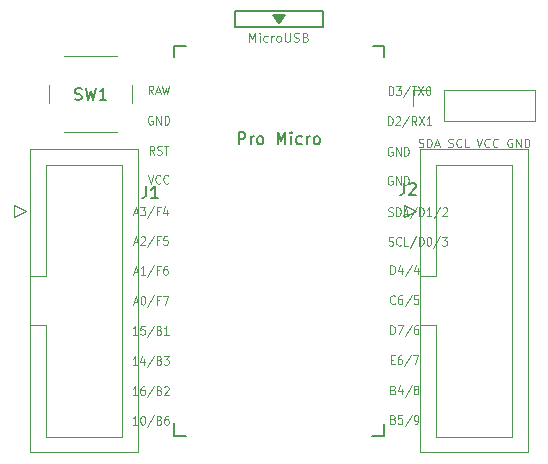
<source format=gto>
%TF.GenerationSoftware,KiCad,Pcbnew,(5.1.10-1-10_14)*%
%TF.CreationDate,2021-11-08T15:08:33+08:00*%
%TF.ProjectId,Pragmatic,50726167-6d61-4746-9963-2e6b69636164,V0.1*%
%TF.SameCoordinates,Original*%
%TF.FileFunction,Legend,Top*%
%TF.FilePolarity,Positive*%
%FSLAX46Y46*%
G04 Gerber Fmt 4.6, Leading zero omitted, Abs format (unit mm)*
G04 Created by KiCad (PCBNEW (5.1.10-1-10_14)) date 2021-11-08 15:08:33*
%MOMM*%
%LPD*%
G01*
G04 APERTURE LIST*
%ADD10C,0.100000*%
%ADD11C,0.120000*%
%ADD12C,0.150000*%
%ADD13C,0.125000*%
%ADD14C,0.350000*%
%ADD15O,1.700000X1.700000*%
%ADD16R,1.700000X1.700000*%
%ADD17C,2.000000*%
%ADD18C,1.700000*%
G04 APERTURE END LIST*
D10*
X151526666Y-54258333D02*
X151626666Y-54291666D01*
X151793333Y-54291666D01*
X151860000Y-54258333D01*
X151893333Y-54225000D01*
X151926666Y-54158333D01*
X151926666Y-54091666D01*
X151893333Y-54025000D01*
X151860000Y-53991666D01*
X151793333Y-53958333D01*
X151660000Y-53925000D01*
X151593333Y-53891666D01*
X151560000Y-53858333D01*
X151526666Y-53791666D01*
X151526666Y-53725000D01*
X151560000Y-53658333D01*
X151593333Y-53625000D01*
X151660000Y-53591666D01*
X151826666Y-53591666D01*
X151926666Y-53625000D01*
X152226666Y-54291666D02*
X152226666Y-53591666D01*
X152393333Y-53591666D01*
X152493333Y-53625000D01*
X152560000Y-53691666D01*
X152593333Y-53758333D01*
X152626666Y-53891666D01*
X152626666Y-53991666D01*
X152593333Y-54125000D01*
X152560000Y-54191666D01*
X152493333Y-54258333D01*
X152393333Y-54291666D01*
X152226666Y-54291666D01*
X152893333Y-54091666D02*
X153226666Y-54091666D01*
X152826666Y-54291666D02*
X153060000Y-53591666D01*
X153293333Y-54291666D01*
X154026666Y-54258333D02*
X154126666Y-54291666D01*
X154293333Y-54291666D01*
X154360000Y-54258333D01*
X154393333Y-54225000D01*
X154426666Y-54158333D01*
X154426666Y-54091666D01*
X154393333Y-54025000D01*
X154360000Y-53991666D01*
X154293333Y-53958333D01*
X154160000Y-53925000D01*
X154093333Y-53891666D01*
X154060000Y-53858333D01*
X154026666Y-53791666D01*
X154026666Y-53725000D01*
X154060000Y-53658333D01*
X154093333Y-53625000D01*
X154160000Y-53591666D01*
X154326666Y-53591666D01*
X154426666Y-53625000D01*
X155126666Y-54225000D02*
X155093333Y-54258333D01*
X154993333Y-54291666D01*
X154926666Y-54291666D01*
X154826666Y-54258333D01*
X154760000Y-54191666D01*
X154726666Y-54125000D01*
X154693333Y-53991666D01*
X154693333Y-53891666D01*
X154726666Y-53758333D01*
X154760000Y-53691666D01*
X154826666Y-53625000D01*
X154926666Y-53591666D01*
X154993333Y-53591666D01*
X155093333Y-53625000D01*
X155126666Y-53658333D01*
X155760000Y-54291666D02*
X155426666Y-54291666D01*
X155426666Y-53591666D01*
X156426666Y-53591666D02*
X156660000Y-54291666D01*
X156893333Y-53591666D01*
X157526666Y-54225000D02*
X157493333Y-54258333D01*
X157393333Y-54291666D01*
X157326666Y-54291666D01*
X157226666Y-54258333D01*
X157160000Y-54191666D01*
X157126666Y-54125000D01*
X157093333Y-53991666D01*
X157093333Y-53891666D01*
X157126666Y-53758333D01*
X157160000Y-53691666D01*
X157226666Y-53625000D01*
X157326666Y-53591666D01*
X157393333Y-53591666D01*
X157493333Y-53625000D01*
X157526666Y-53658333D01*
X158226666Y-54225000D02*
X158193333Y-54258333D01*
X158093333Y-54291666D01*
X158026666Y-54291666D01*
X157926666Y-54258333D01*
X157860000Y-54191666D01*
X157826666Y-54125000D01*
X157793333Y-53991666D01*
X157793333Y-53891666D01*
X157826666Y-53758333D01*
X157860000Y-53691666D01*
X157926666Y-53625000D01*
X158026666Y-53591666D01*
X158093333Y-53591666D01*
X158193333Y-53625000D01*
X158226666Y-53658333D01*
X159426666Y-53625000D02*
X159360000Y-53591666D01*
X159260000Y-53591666D01*
X159160000Y-53625000D01*
X159093333Y-53691666D01*
X159060000Y-53758333D01*
X159026666Y-53891666D01*
X159026666Y-53991666D01*
X159060000Y-54125000D01*
X159093333Y-54191666D01*
X159160000Y-54258333D01*
X159260000Y-54291666D01*
X159326666Y-54291666D01*
X159426666Y-54258333D01*
X159460000Y-54225000D01*
X159460000Y-53991666D01*
X159326666Y-53991666D01*
X159760000Y-54291666D02*
X159760000Y-53591666D01*
X160160000Y-54291666D01*
X160160000Y-53591666D01*
X160493333Y-54291666D02*
X160493333Y-53591666D01*
X160660000Y-53591666D01*
X160760000Y-53625000D01*
X160826666Y-53691666D01*
X160860000Y-53758333D01*
X160893333Y-53891666D01*
X160893333Y-53991666D01*
X160860000Y-54125000D01*
X160826666Y-54191666D01*
X160760000Y-54258333D01*
X160660000Y-54291666D01*
X160493333Y-54291666D01*
D11*
X153670000Y-52130000D02*
X153670000Y-49470000D01*
X153670000Y-52130000D02*
X161350000Y-52130000D01*
X161350000Y-52130000D02*
X161350000Y-49470000D01*
X153670000Y-49470000D02*
X161350000Y-49470000D01*
X151070000Y-49470000D02*
X152400000Y-49470000D01*
X151070000Y-50800000D02*
X151070000Y-49470000D01*
X126000000Y-46570000D02*
X121500000Y-46570000D01*
X127250000Y-50570000D02*
X127250000Y-49070000D01*
X121500000Y-53070000D02*
X126000000Y-53070000D01*
X120250000Y-49070000D02*
X120250000Y-50570000D01*
D12*
X148588600Y-78758000D02*
X147578600Y-78758000D01*
X130788600Y-78758000D02*
X131788600Y-78758000D01*
X148588600Y-77758000D02*
X148588600Y-78758000D01*
X130788600Y-77708000D02*
X130788600Y-78758000D01*
X148588600Y-45708000D02*
X147638600Y-45708000D01*
X130788600Y-45708000D02*
X131788600Y-45708000D01*
X148588600Y-45708000D02*
X148588600Y-46708000D01*
X130788600Y-45708000D02*
X130788600Y-46708000D01*
X135938600Y-42808000D02*
X135938600Y-44108000D01*
X135938600Y-44108000D02*
X143438600Y-44108000D01*
X143438600Y-44108000D02*
X143438600Y-42808000D01*
X143438600Y-42808000D02*
X135938600Y-42808000D01*
X139188600Y-43158000D02*
X140188600Y-43158000D01*
X140188600Y-43158000D02*
X139688600Y-43808000D01*
X139688600Y-43808000D02*
X139188600Y-43158000D01*
X139338600Y-43308000D02*
X140038600Y-43308000D01*
X139438600Y-43458000D02*
X139938600Y-43458000D01*
X139538600Y-43608000D02*
X139838600Y-43608000D01*
D11*
X150260000Y-60190000D02*
X151260000Y-59690000D01*
X150260000Y-59190000D02*
X150260000Y-60190000D01*
X151260000Y-59690000D02*
X150260000Y-59190000D01*
X152960000Y-69360000D02*
X151650000Y-69360000D01*
X152960000Y-69360000D02*
X152960000Y-69360000D01*
X152960000Y-78840000D02*
X152960000Y-69360000D01*
X159460000Y-78840000D02*
X152960000Y-78840000D01*
X159460000Y-55780000D02*
X159460000Y-78840000D01*
X152960000Y-55780000D02*
X159460000Y-55780000D01*
X152960000Y-65260000D02*
X152960000Y-55780000D01*
X151650000Y-65260000D02*
X152960000Y-65260000D01*
X151650000Y-80140000D02*
X151650000Y-54480000D01*
X160770000Y-80140000D02*
X151650000Y-80140000D01*
X160770000Y-54480000D02*
X160770000Y-80140000D01*
X151650000Y-54480000D02*
X160770000Y-54480000D01*
X117240000Y-60190000D02*
X118240000Y-59690000D01*
X117240000Y-59190000D02*
X117240000Y-60190000D01*
X118240000Y-59690000D02*
X117240000Y-59190000D01*
X119940000Y-69360000D02*
X118630000Y-69360000D01*
X119940000Y-69360000D02*
X119940000Y-69360000D01*
X119940000Y-78840000D02*
X119940000Y-69360000D01*
X126440000Y-78840000D02*
X119940000Y-78840000D01*
X126440000Y-55780000D02*
X126440000Y-78840000D01*
X119940000Y-55780000D02*
X126440000Y-55780000D01*
X119940000Y-65260000D02*
X119940000Y-55780000D01*
X118630000Y-65260000D02*
X119940000Y-65260000D01*
X118630000Y-80140000D02*
X118630000Y-54480000D01*
X127750000Y-80140000D02*
X118630000Y-80140000D01*
X127750000Y-54480000D02*
X127750000Y-80140000D01*
X118630000Y-54480000D02*
X127750000Y-54480000D01*
D12*
X122416666Y-50260761D02*
X122559523Y-50308380D01*
X122797619Y-50308380D01*
X122892857Y-50260761D01*
X122940476Y-50213142D01*
X122988095Y-50117904D01*
X122988095Y-50022666D01*
X122940476Y-49927428D01*
X122892857Y-49879809D01*
X122797619Y-49832190D01*
X122607142Y-49784571D01*
X122511904Y-49736952D01*
X122464285Y-49689333D01*
X122416666Y-49594095D01*
X122416666Y-49498857D01*
X122464285Y-49403619D01*
X122511904Y-49356000D01*
X122607142Y-49308380D01*
X122845238Y-49308380D01*
X122988095Y-49356000D01*
X123321428Y-49308380D02*
X123559523Y-50308380D01*
X123750000Y-49594095D01*
X123940476Y-50308380D01*
X124178571Y-49308380D01*
X125083333Y-50308380D02*
X124511904Y-50308380D01*
X124797619Y-50308380D02*
X124797619Y-49308380D01*
X124702380Y-49451238D01*
X124607142Y-49546476D01*
X124511904Y-49594095D01*
X136283838Y-54059380D02*
X136283838Y-53059380D01*
X136664790Y-53059380D01*
X136760028Y-53107000D01*
X136807647Y-53154619D01*
X136855266Y-53249857D01*
X136855266Y-53392714D01*
X136807647Y-53487952D01*
X136760028Y-53535571D01*
X136664790Y-53583190D01*
X136283838Y-53583190D01*
X137283838Y-54059380D02*
X137283838Y-53392714D01*
X137283838Y-53583190D02*
X137331457Y-53487952D01*
X137379076Y-53440333D01*
X137474314Y-53392714D01*
X137569552Y-53392714D01*
X138045742Y-54059380D02*
X137950504Y-54011761D01*
X137902885Y-53964142D01*
X137855266Y-53868904D01*
X137855266Y-53583190D01*
X137902885Y-53487952D01*
X137950504Y-53440333D01*
X138045742Y-53392714D01*
X138188600Y-53392714D01*
X138283838Y-53440333D01*
X138331457Y-53487952D01*
X138379076Y-53583190D01*
X138379076Y-53868904D01*
X138331457Y-53964142D01*
X138283838Y-54011761D01*
X138188600Y-54059380D01*
X138045742Y-54059380D01*
X139569552Y-54059380D02*
X139569552Y-53059380D01*
X139902885Y-53773666D01*
X140236219Y-53059380D01*
X140236219Y-54059380D01*
X140712409Y-54059380D02*
X140712409Y-53392714D01*
X140712409Y-53059380D02*
X140664790Y-53107000D01*
X140712409Y-53154619D01*
X140760028Y-53107000D01*
X140712409Y-53059380D01*
X140712409Y-53154619D01*
X141617171Y-54011761D02*
X141521933Y-54059380D01*
X141331457Y-54059380D01*
X141236219Y-54011761D01*
X141188600Y-53964142D01*
X141140980Y-53868904D01*
X141140980Y-53583190D01*
X141188600Y-53487952D01*
X141236219Y-53440333D01*
X141331457Y-53392714D01*
X141521933Y-53392714D01*
X141617171Y-53440333D01*
X142045742Y-54059380D02*
X142045742Y-53392714D01*
X142045742Y-53583190D02*
X142093361Y-53487952D01*
X142140980Y-53440333D01*
X142236219Y-53392714D01*
X142331457Y-53392714D01*
X142807647Y-54059380D02*
X142712409Y-54011761D01*
X142664790Y-53964142D01*
X142617171Y-53868904D01*
X142617171Y-53583190D01*
X142664790Y-53487952D01*
X142712409Y-53440333D01*
X142807647Y-53392714D01*
X142950504Y-53392714D01*
X143045742Y-53440333D01*
X143093361Y-53487952D01*
X143140980Y-53583190D01*
X143140980Y-53868904D01*
X143093361Y-53964142D01*
X143045742Y-54011761D01*
X142950504Y-54059380D01*
X142807647Y-54059380D01*
D13*
X129030980Y-49847285D02*
X128807647Y-49490142D01*
X128648123Y-49847285D02*
X128648123Y-49097285D01*
X128903361Y-49097285D01*
X128967171Y-49133000D01*
X128999076Y-49168714D01*
X129030980Y-49240142D01*
X129030980Y-49347285D01*
X128999076Y-49418714D01*
X128967171Y-49454428D01*
X128903361Y-49490142D01*
X128648123Y-49490142D01*
X129286219Y-49633000D02*
X129605266Y-49633000D01*
X129222409Y-49847285D02*
X129445742Y-49097285D01*
X129669076Y-49847285D01*
X129828600Y-49097285D02*
X129988123Y-49847285D01*
X130115742Y-49311571D01*
X130243361Y-49847285D01*
X130402885Y-49097285D01*
X128983123Y-51683000D02*
X128919314Y-51647285D01*
X128823600Y-51647285D01*
X128727885Y-51683000D01*
X128664076Y-51754428D01*
X128632171Y-51825857D01*
X128600266Y-51968714D01*
X128600266Y-52075857D01*
X128632171Y-52218714D01*
X128664076Y-52290142D01*
X128727885Y-52361571D01*
X128823600Y-52397285D01*
X128887409Y-52397285D01*
X128983123Y-52361571D01*
X129015028Y-52325857D01*
X129015028Y-52075857D01*
X128887409Y-52075857D01*
X129302171Y-52397285D02*
X129302171Y-51647285D01*
X129685028Y-52397285D01*
X129685028Y-51647285D01*
X130004076Y-52397285D02*
X130004076Y-51647285D01*
X130163600Y-51647285D01*
X130259314Y-51683000D01*
X130323123Y-51754428D01*
X130355028Y-51825857D01*
X130386933Y-51968714D01*
X130386933Y-52075857D01*
X130355028Y-52218714D01*
X130323123Y-52290142D01*
X130259314Y-52361571D01*
X130163600Y-52397285D01*
X130004076Y-52397285D01*
X129126695Y-54947285D02*
X128903361Y-54590142D01*
X128743838Y-54947285D02*
X128743838Y-54197285D01*
X128999076Y-54197285D01*
X129062885Y-54233000D01*
X129094790Y-54268714D01*
X129126695Y-54340142D01*
X129126695Y-54447285D01*
X129094790Y-54518714D01*
X129062885Y-54554428D01*
X128999076Y-54590142D01*
X128743838Y-54590142D01*
X129381933Y-54911571D02*
X129477647Y-54947285D01*
X129637171Y-54947285D01*
X129700980Y-54911571D01*
X129732885Y-54875857D01*
X129764790Y-54804428D01*
X129764790Y-54733000D01*
X129732885Y-54661571D01*
X129700980Y-54625857D01*
X129637171Y-54590142D01*
X129509552Y-54554428D01*
X129445742Y-54518714D01*
X129413838Y-54483000D01*
X129381933Y-54411571D01*
X129381933Y-54340142D01*
X129413838Y-54268714D01*
X129445742Y-54233000D01*
X129509552Y-54197285D01*
X129669076Y-54197285D01*
X129764790Y-54233000D01*
X129956219Y-54197285D02*
X130339076Y-54197285D01*
X130147647Y-54947285D02*
X130147647Y-54197285D01*
X128600266Y-56647285D02*
X128823600Y-57397285D01*
X129046933Y-56647285D01*
X129653123Y-57325857D02*
X129621219Y-57361571D01*
X129525504Y-57397285D01*
X129461695Y-57397285D01*
X129365980Y-57361571D01*
X129302171Y-57290142D01*
X129270266Y-57218714D01*
X129238361Y-57075857D01*
X129238361Y-56968714D01*
X129270266Y-56825857D01*
X129302171Y-56754428D01*
X129365980Y-56683000D01*
X129461695Y-56647285D01*
X129525504Y-56647285D01*
X129621219Y-56683000D01*
X129653123Y-56718714D01*
X130323123Y-57325857D02*
X130291219Y-57361571D01*
X130195504Y-57397285D01*
X130131695Y-57397285D01*
X130035980Y-57361571D01*
X129972171Y-57290142D01*
X129940266Y-57218714D01*
X129908361Y-57075857D01*
X129908361Y-56968714D01*
X129940266Y-56825857D01*
X129972171Y-56754428D01*
X130035980Y-56683000D01*
X130131695Y-56647285D01*
X130195504Y-56647285D01*
X130291219Y-56683000D01*
X130323123Y-56718714D01*
X127407885Y-59883000D02*
X127726933Y-59883000D01*
X127344076Y-60097285D02*
X127567409Y-59347285D01*
X127790742Y-60097285D01*
X127950266Y-59347285D02*
X128365028Y-59347285D01*
X128141695Y-59633000D01*
X128237409Y-59633000D01*
X128301219Y-59668714D01*
X128333123Y-59704428D01*
X128365028Y-59775857D01*
X128365028Y-59954428D01*
X128333123Y-60025857D01*
X128301219Y-60061571D01*
X128237409Y-60097285D01*
X128045980Y-60097285D01*
X127982171Y-60061571D01*
X127950266Y-60025857D01*
X129130742Y-59311571D02*
X128556457Y-60275857D01*
X129577409Y-59704428D02*
X129354076Y-59704428D01*
X129354076Y-60097285D02*
X129354076Y-59347285D01*
X129673123Y-59347285D01*
X130215504Y-59597285D02*
X130215504Y-60097285D01*
X130055980Y-59311571D02*
X129896457Y-59847285D01*
X130311219Y-59847285D01*
X127407885Y-62383000D02*
X127726933Y-62383000D01*
X127344076Y-62597285D02*
X127567409Y-61847285D01*
X127790742Y-62597285D01*
X127982171Y-61918714D02*
X128014076Y-61883000D01*
X128077885Y-61847285D01*
X128237409Y-61847285D01*
X128301219Y-61883000D01*
X128333123Y-61918714D01*
X128365028Y-61990142D01*
X128365028Y-62061571D01*
X128333123Y-62168714D01*
X127950266Y-62597285D01*
X128365028Y-62597285D01*
X129130742Y-61811571D02*
X128556457Y-62775857D01*
X129577409Y-62204428D02*
X129354076Y-62204428D01*
X129354076Y-62597285D02*
X129354076Y-61847285D01*
X129673123Y-61847285D01*
X130247409Y-61847285D02*
X129928361Y-61847285D01*
X129896457Y-62204428D01*
X129928361Y-62168714D01*
X129992171Y-62133000D01*
X130151695Y-62133000D01*
X130215504Y-62168714D01*
X130247409Y-62204428D01*
X130279314Y-62275857D01*
X130279314Y-62454428D01*
X130247409Y-62525857D01*
X130215504Y-62561571D01*
X130151695Y-62597285D01*
X129992171Y-62597285D01*
X129928361Y-62561571D01*
X129896457Y-62525857D01*
X127407885Y-64883000D02*
X127726933Y-64883000D01*
X127344076Y-65097285D02*
X127567409Y-64347285D01*
X127790742Y-65097285D01*
X128365028Y-65097285D02*
X127982171Y-65097285D01*
X128173600Y-65097285D02*
X128173600Y-64347285D01*
X128109790Y-64454428D01*
X128045980Y-64525857D01*
X127982171Y-64561571D01*
X129130742Y-64311571D02*
X128556457Y-65275857D01*
X129577409Y-64704428D02*
X129354076Y-64704428D01*
X129354076Y-65097285D02*
X129354076Y-64347285D01*
X129673123Y-64347285D01*
X130215504Y-64347285D02*
X130087885Y-64347285D01*
X130024076Y-64383000D01*
X129992171Y-64418714D01*
X129928361Y-64525857D01*
X129896457Y-64668714D01*
X129896457Y-64954428D01*
X129928361Y-65025857D01*
X129960266Y-65061571D01*
X130024076Y-65097285D01*
X130151695Y-65097285D01*
X130215504Y-65061571D01*
X130247409Y-65025857D01*
X130279314Y-64954428D01*
X130279314Y-64775857D01*
X130247409Y-64704428D01*
X130215504Y-64668714D01*
X130151695Y-64633000D01*
X130024076Y-64633000D01*
X129960266Y-64668714D01*
X129928361Y-64704428D01*
X129896457Y-64775857D01*
X127407885Y-67433000D02*
X127726933Y-67433000D01*
X127344076Y-67647285D02*
X127567409Y-66897285D01*
X127790742Y-67647285D01*
X128141695Y-66897285D02*
X128205504Y-66897285D01*
X128269314Y-66933000D01*
X128301219Y-66968714D01*
X128333123Y-67040142D01*
X128365028Y-67183000D01*
X128365028Y-67361571D01*
X128333123Y-67504428D01*
X128301219Y-67575857D01*
X128269314Y-67611571D01*
X128205504Y-67647285D01*
X128141695Y-67647285D01*
X128077885Y-67611571D01*
X128045980Y-67575857D01*
X128014076Y-67504428D01*
X127982171Y-67361571D01*
X127982171Y-67183000D01*
X128014076Y-67040142D01*
X128045980Y-66968714D01*
X128077885Y-66933000D01*
X128141695Y-66897285D01*
X129130742Y-66861571D02*
X128556457Y-67825857D01*
X129577409Y-67254428D02*
X129354076Y-67254428D01*
X129354076Y-67647285D02*
X129354076Y-66897285D01*
X129673123Y-66897285D01*
X129864552Y-66897285D02*
X130311219Y-66897285D01*
X130024076Y-67647285D01*
X127710980Y-70197285D02*
X127328123Y-70197285D01*
X127519552Y-70197285D02*
X127519552Y-69447285D01*
X127455742Y-69554428D01*
X127391933Y-69625857D01*
X127328123Y-69661571D01*
X128317171Y-69447285D02*
X127998123Y-69447285D01*
X127966219Y-69804428D01*
X127998123Y-69768714D01*
X128061933Y-69733000D01*
X128221457Y-69733000D01*
X128285266Y-69768714D01*
X128317171Y-69804428D01*
X128349076Y-69875857D01*
X128349076Y-70054428D01*
X128317171Y-70125857D01*
X128285266Y-70161571D01*
X128221457Y-70197285D01*
X128061933Y-70197285D01*
X127998123Y-70161571D01*
X127966219Y-70125857D01*
X129114790Y-69411571D02*
X128540504Y-70375857D01*
X129561457Y-69804428D02*
X129657171Y-69840142D01*
X129689076Y-69875857D01*
X129720980Y-69947285D01*
X129720980Y-70054428D01*
X129689076Y-70125857D01*
X129657171Y-70161571D01*
X129593361Y-70197285D01*
X129338123Y-70197285D01*
X129338123Y-69447285D01*
X129561457Y-69447285D01*
X129625266Y-69483000D01*
X129657171Y-69518714D01*
X129689076Y-69590142D01*
X129689076Y-69661571D01*
X129657171Y-69733000D01*
X129625266Y-69768714D01*
X129561457Y-69804428D01*
X129338123Y-69804428D01*
X130359076Y-70197285D02*
X129976219Y-70197285D01*
X130167647Y-70197285D02*
X130167647Y-69447285D01*
X130103838Y-69554428D01*
X130040028Y-69625857D01*
X129976219Y-69661571D01*
X127710980Y-72747285D02*
X127328123Y-72747285D01*
X127519552Y-72747285D02*
X127519552Y-71997285D01*
X127455742Y-72104428D01*
X127391933Y-72175857D01*
X127328123Y-72211571D01*
X128285266Y-72247285D02*
X128285266Y-72747285D01*
X128125742Y-71961571D02*
X127966219Y-72497285D01*
X128380980Y-72497285D01*
X129114790Y-71961571D02*
X128540504Y-72925857D01*
X129561457Y-72354428D02*
X129657171Y-72390142D01*
X129689076Y-72425857D01*
X129720980Y-72497285D01*
X129720980Y-72604428D01*
X129689076Y-72675857D01*
X129657171Y-72711571D01*
X129593361Y-72747285D01*
X129338123Y-72747285D01*
X129338123Y-71997285D01*
X129561457Y-71997285D01*
X129625266Y-72033000D01*
X129657171Y-72068714D01*
X129689076Y-72140142D01*
X129689076Y-72211571D01*
X129657171Y-72283000D01*
X129625266Y-72318714D01*
X129561457Y-72354428D01*
X129338123Y-72354428D01*
X129944314Y-71997285D02*
X130359076Y-71997285D01*
X130135742Y-72283000D01*
X130231457Y-72283000D01*
X130295266Y-72318714D01*
X130327171Y-72354428D01*
X130359076Y-72425857D01*
X130359076Y-72604428D01*
X130327171Y-72675857D01*
X130295266Y-72711571D01*
X130231457Y-72747285D01*
X130040028Y-72747285D01*
X129976219Y-72711571D01*
X129944314Y-72675857D01*
X127710980Y-77797285D02*
X127328123Y-77797285D01*
X127519552Y-77797285D02*
X127519552Y-77047285D01*
X127455742Y-77154428D01*
X127391933Y-77225857D01*
X127328123Y-77261571D01*
X128125742Y-77047285D02*
X128189552Y-77047285D01*
X128253361Y-77083000D01*
X128285266Y-77118714D01*
X128317171Y-77190142D01*
X128349076Y-77333000D01*
X128349076Y-77511571D01*
X128317171Y-77654428D01*
X128285266Y-77725857D01*
X128253361Y-77761571D01*
X128189552Y-77797285D01*
X128125742Y-77797285D01*
X128061933Y-77761571D01*
X128030028Y-77725857D01*
X127998123Y-77654428D01*
X127966219Y-77511571D01*
X127966219Y-77333000D01*
X127998123Y-77190142D01*
X128030028Y-77118714D01*
X128061933Y-77083000D01*
X128125742Y-77047285D01*
X129114790Y-77011571D02*
X128540504Y-77975857D01*
X129561457Y-77404428D02*
X129657171Y-77440142D01*
X129689076Y-77475857D01*
X129720980Y-77547285D01*
X129720980Y-77654428D01*
X129689076Y-77725857D01*
X129657171Y-77761571D01*
X129593361Y-77797285D01*
X129338123Y-77797285D01*
X129338123Y-77047285D01*
X129561457Y-77047285D01*
X129625266Y-77083000D01*
X129657171Y-77118714D01*
X129689076Y-77190142D01*
X129689076Y-77261571D01*
X129657171Y-77333000D01*
X129625266Y-77368714D01*
X129561457Y-77404428D01*
X129338123Y-77404428D01*
X130295266Y-77047285D02*
X130167647Y-77047285D01*
X130103838Y-77083000D01*
X130071933Y-77118714D01*
X130008123Y-77225857D01*
X129976219Y-77368714D01*
X129976219Y-77654428D01*
X130008123Y-77725857D01*
X130040028Y-77761571D01*
X130103838Y-77797285D01*
X130231457Y-77797285D01*
X130295266Y-77761571D01*
X130327171Y-77725857D01*
X130359076Y-77654428D01*
X130359076Y-77475857D01*
X130327171Y-77404428D01*
X130295266Y-77368714D01*
X130231457Y-77333000D01*
X130103838Y-77333000D01*
X130040028Y-77368714D01*
X130008123Y-77404428D01*
X129976219Y-77475857D01*
X127710980Y-75297285D02*
X127328123Y-75297285D01*
X127519552Y-75297285D02*
X127519552Y-74547285D01*
X127455742Y-74654428D01*
X127391933Y-74725857D01*
X127328123Y-74761571D01*
X128285266Y-74547285D02*
X128157647Y-74547285D01*
X128093838Y-74583000D01*
X128061933Y-74618714D01*
X127998123Y-74725857D01*
X127966219Y-74868714D01*
X127966219Y-75154428D01*
X127998123Y-75225857D01*
X128030028Y-75261571D01*
X128093838Y-75297285D01*
X128221457Y-75297285D01*
X128285266Y-75261571D01*
X128317171Y-75225857D01*
X128349076Y-75154428D01*
X128349076Y-74975857D01*
X128317171Y-74904428D01*
X128285266Y-74868714D01*
X128221457Y-74833000D01*
X128093838Y-74833000D01*
X128030028Y-74868714D01*
X127998123Y-74904428D01*
X127966219Y-74975857D01*
X129114790Y-74511571D02*
X128540504Y-75475857D01*
X129561457Y-74904428D02*
X129657171Y-74940142D01*
X129689076Y-74975857D01*
X129720980Y-75047285D01*
X129720980Y-75154428D01*
X129689076Y-75225857D01*
X129657171Y-75261571D01*
X129593361Y-75297285D01*
X129338123Y-75297285D01*
X129338123Y-74547285D01*
X129561457Y-74547285D01*
X129625266Y-74583000D01*
X129657171Y-74618714D01*
X129689076Y-74690142D01*
X129689076Y-74761571D01*
X129657171Y-74833000D01*
X129625266Y-74868714D01*
X129561457Y-74904428D01*
X129338123Y-74904428D01*
X129976219Y-74618714D02*
X130008123Y-74583000D01*
X130071933Y-74547285D01*
X130231457Y-74547285D01*
X130295266Y-74583000D01*
X130327171Y-74618714D01*
X130359076Y-74690142D01*
X130359076Y-74761571D01*
X130327171Y-74868714D01*
X129944314Y-75297285D01*
X130359076Y-75297285D01*
X149160980Y-72304428D02*
X149384314Y-72304428D01*
X149480028Y-72697285D02*
X149160980Y-72697285D01*
X149160980Y-71947285D01*
X149480028Y-71947285D01*
X150054314Y-71947285D02*
X149926695Y-71947285D01*
X149862885Y-71983000D01*
X149830980Y-72018714D01*
X149767171Y-72125857D01*
X149735266Y-72268714D01*
X149735266Y-72554428D01*
X149767171Y-72625857D01*
X149799076Y-72661571D01*
X149862885Y-72697285D01*
X149990504Y-72697285D01*
X150054314Y-72661571D01*
X150086219Y-72625857D01*
X150118123Y-72554428D01*
X150118123Y-72375857D01*
X150086219Y-72304428D01*
X150054314Y-72268714D01*
X149990504Y-72233000D01*
X149862885Y-72233000D01*
X149799076Y-72268714D01*
X149767171Y-72304428D01*
X149735266Y-72375857D01*
X150883838Y-71911571D02*
X150309552Y-72875857D01*
X151043361Y-71947285D02*
X151490028Y-71947285D01*
X151202885Y-72697285D01*
X149129076Y-70147285D02*
X149129076Y-69397285D01*
X149288600Y-69397285D01*
X149384314Y-69433000D01*
X149448123Y-69504428D01*
X149480028Y-69575857D01*
X149511933Y-69718714D01*
X149511933Y-69825857D01*
X149480028Y-69968714D01*
X149448123Y-70040142D01*
X149384314Y-70111571D01*
X149288600Y-70147285D01*
X149129076Y-70147285D01*
X149735266Y-69397285D02*
X150181933Y-69397285D01*
X149894790Y-70147285D01*
X150915742Y-69361571D02*
X150341457Y-70325857D01*
X151426219Y-69397285D02*
X151298600Y-69397285D01*
X151234790Y-69433000D01*
X151202885Y-69468714D01*
X151139076Y-69575857D01*
X151107171Y-69718714D01*
X151107171Y-70004428D01*
X151139076Y-70075857D01*
X151170980Y-70111571D01*
X151234790Y-70147285D01*
X151362409Y-70147285D01*
X151426219Y-70111571D01*
X151458123Y-70075857D01*
X151490028Y-70004428D01*
X151490028Y-69825857D01*
X151458123Y-69754428D01*
X151426219Y-69718714D01*
X151362409Y-69683000D01*
X151234790Y-69683000D01*
X151170980Y-69718714D01*
X151139076Y-69754428D01*
X151107171Y-69825857D01*
X149283123Y-54333000D02*
X149219314Y-54297285D01*
X149123600Y-54297285D01*
X149027885Y-54333000D01*
X148964076Y-54404428D01*
X148932171Y-54475857D01*
X148900266Y-54618714D01*
X148900266Y-54725857D01*
X148932171Y-54868714D01*
X148964076Y-54940142D01*
X149027885Y-55011571D01*
X149123600Y-55047285D01*
X149187409Y-55047285D01*
X149283123Y-55011571D01*
X149315028Y-54975857D01*
X149315028Y-54725857D01*
X149187409Y-54725857D01*
X149602171Y-55047285D02*
X149602171Y-54297285D01*
X149985028Y-55047285D01*
X149985028Y-54297285D01*
X150304076Y-55047285D02*
X150304076Y-54297285D01*
X150463600Y-54297285D01*
X150559314Y-54333000D01*
X150623123Y-54404428D01*
X150655028Y-54475857D01*
X150686933Y-54618714D01*
X150686933Y-54725857D01*
X150655028Y-54868714D01*
X150623123Y-54940142D01*
X150559314Y-55011571D01*
X150463600Y-55047285D01*
X150304076Y-55047285D01*
X149283123Y-56783000D02*
X149219314Y-56747285D01*
X149123600Y-56747285D01*
X149027885Y-56783000D01*
X148964076Y-56854428D01*
X148932171Y-56925857D01*
X148900266Y-57068714D01*
X148900266Y-57175857D01*
X148932171Y-57318714D01*
X148964076Y-57390142D01*
X149027885Y-57461571D01*
X149123600Y-57497285D01*
X149187409Y-57497285D01*
X149283123Y-57461571D01*
X149315028Y-57425857D01*
X149315028Y-57175857D01*
X149187409Y-57175857D01*
X149602171Y-57497285D02*
X149602171Y-56747285D01*
X149985028Y-57497285D01*
X149985028Y-56747285D01*
X150304076Y-57497285D02*
X150304076Y-56747285D01*
X150463600Y-56747285D01*
X150559314Y-56783000D01*
X150623123Y-56854428D01*
X150655028Y-56925857D01*
X150686933Y-57068714D01*
X150686933Y-57175857D01*
X150655028Y-57318714D01*
X150623123Y-57390142D01*
X150559314Y-57461571D01*
X150463600Y-57497285D01*
X150304076Y-57497285D01*
X149004790Y-49897285D02*
X149004790Y-49147285D01*
X149164314Y-49147285D01*
X149260028Y-49183000D01*
X149323838Y-49254428D01*
X149355742Y-49325857D01*
X149387647Y-49468714D01*
X149387647Y-49575857D01*
X149355742Y-49718714D01*
X149323838Y-49790142D01*
X149260028Y-49861571D01*
X149164314Y-49897285D01*
X149004790Y-49897285D01*
X149610980Y-49147285D02*
X150025742Y-49147285D01*
X149802409Y-49433000D01*
X149898123Y-49433000D01*
X149961933Y-49468714D01*
X149993838Y-49504428D01*
X150025742Y-49575857D01*
X150025742Y-49754428D01*
X149993838Y-49825857D01*
X149961933Y-49861571D01*
X149898123Y-49897285D01*
X149706695Y-49897285D01*
X149642885Y-49861571D01*
X149610980Y-49825857D01*
X150791457Y-49111571D02*
X150217171Y-50075857D01*
X150919076Y-49147285D02*
X151301933Y-49147285D01*
X151110504Y-49897285D02*
X151110504Y-49147285D01*
X151461457Y-49147285D02*
X151908123Y-49897285D01*
X151908123Y-49147285D02*
X151461457Y-49897285D01*
X152290980Y-49147285D02*
X152354790Y-49147285D01*
X152418600Y-49183000D01*
X152450504Y-49218714D01*
X152482409Y-49290142D01*
X152514314Y-49433000D01*
X152514314Y-49611571D01*
X152482409Y-49754428D01*
X152450504Y-49825857D01*
X152418600Y-49861571D01*
X152354790Y-49897285D01*
X152290980Y-49897285D01*
X152227171Y-49861571D01*
X152195266Y-49825857D01*
X152163361Y-49754428D01*
X152131457Y-49611571D01*
X152131457Y-49433000D01*
X152163361Y-49290142D01*
X152195266Y-49218714D01*
X152227171Y-49183000D01*
X152290980Y-49147285D01*
X149129076Y-65047285D02*
X149129076Y-64297285D01*
X149288600Y-64297285D01*
X149384314Y-64333000D01*
X149448123Y-64404428D01*
X149480028Y-64475857D01*
X149511933Y-64618714D01*
X149511933Y-64725857D01*
X149480028Y-64868714D01*
X149448123Y-64940142D01*
X149384314Y-65011571D01*
X149288600Y-65047285D01*
X149129076Y-65047285D01*
X150086219Y-64547285D02*
X150086219Y-65047285D01*
X149926695Y-64261571D02*
X149767171Y-64797285D01*
X150181933Y-64797285D01*
X150915742Y-64261571D02*
X150341457Y-65225857D01*
X151426219Y-64547285D02*
X151426219Y-65047285D01*
X151266695Y-64261571D02*
X151107171Y-64797285D01*
X151521933Y-64797285D01*
X148955028Y-60111571D02*
X149050742Y-60147285D01*
X149210266Y-60147285D01*
X149274076Y-60111571D01*
X149305980Y-60075857D01*
X149337885Y-60004428D01*
X149337885Y-59933000D01*
X149305980Y-59861571D01*
X149274076Y-59825857D01*
X149210266Y-59790142D01*
X149082647Y-59754428D01*
X149018838Y-59718714D01*
X148986933Y-59683000D01*
X148955028Y-59611571D01*
X148955028Y-59540142D01*
X148986933Y-59468714D01*
X149018838Y-59433000D01*
X149082647Y-59397285D01*
X149242171Y-59397285D01*
X149337885Y-59433000D01*
X149625028Y-60147285D02*
X149625028Y-59397285D01*
X149784552Y-59397285D01*
X149880266Y-59433000D01*
X149944076Y-59504428D01*
X149975980Y-59575857D01*
X150007885Y-59718714D01*
X150007885Y-59825857D01*
X149975980Y-59968714D01*
X149944076Y-60040142D01*
X149880266Y-60111571D01*
X149784552Y-60147285D01*
X149625028Y-60147285D01*
X150263123Y-59933000D02*
X150582171Y-59933000D01*
X150199314Y-60147285D02*
X150422647Y-59397285D01*
X150645980Y-60147285D01*
X151347885Y-59361571D02*
X150773600Y-60325857D01*
X151571219Y-60147285D02*
X151571219Y-59397285D01*
X151730742Y-59397285D01*
X151826457Y-59433000D01*
X151890266Y-59504428D01*
X151922171Y-59575857D01*
X151954076Y-59718714D01*
X151954076Y-59825857D01*
X151922171Y-59968714D01*
X151890266Y-60040142D01*
X151826457Y-60111571D01*
X151730742Y-60147285D01*
X151571219Y-60147285D01*
X152592171Y-60147285D02*
X152209314Y-60147285D01*
X152400742Y-60147285D02*
X152400742Y-59397285D01*
X152336933Y-59504428D01*
X152273123Y-59575857D01*
X152209314Y-59611571D01*
X153357885Y-59361571D02*
X152783600Y-60325857D01*
X153549314Y-59468714D02*
X153581219Y-59433000D01*
X153645028Y-59397285D01*
X153804552Y-59397285D01*
X153868361Y-59433000D01*
X153900266Y-59468714D01*
X153932171Y-59540142D01*
X153932171Y-59611571D01*
X153900266Y-59718714D01*
X153517409Y-60147285D01*
X153932171Y-60147285D01*
X148970980Y-62611571D02*
X149066695Y-62647285D01*
X149226219Y-62647285D01*
X149290028Y-62611571D01*
X149321933Y-62575857D01*
X149353838Y-62504428D01*
X149353838Y-62433000D01*
X149321933Y-62361571D01*
X149290028Y-62325857D01*
X149226219Y-62290142D01*
X149098600Y-62254428D01*
X149034790Y-62218714D01*
X149002885Y-62183000D01*
X148970980Y-62111571D01*
X148970980Y-62040142D01*
X149002885Y-61968714D01*
X149034790Y-61933000D01*
X149098600Y-61897285D01*
X149258123Y-61897285D01*
X149353838Y-61933000D01*
X150023838Y-62575857D02*
X149991933Y-62611571D01*
X149896219Y-62647285D01*
X149832409Y-62647285D01*
X149736695Y-62611571D01*
X149672885Y-62540142D01*
X149640980Y-62468714D01*
X149609076Y-62325857D01*
X149609076Y-62218714D01*
X149640980Y-62075857D01*
X149672885Y-62004428D01*
X149736695Y-61933000D01*
X149832409Y-61897285D01*
X149896219Y-61897285D01*
X149991933Y-61933000D01*
X150023838Y-61968714D01*
X150630028Y-62647285D02*
X150310980Y-62647285D01*
X150310980Y-61897285D01*
X151331933Y-61861571D02*
X150757647Y-62825857D01*
X151555266Y-62647285D02*
X151555266Y-61897285D01*
X151714790Y-61897285D01*
X151810504Y-61933000D01*
X151874314Y-62004428D01*
X151906219Y-62075857D01*
X151938123Y-62218714D01*
X151938123Y-62325857D01*
X151906219Y-62468714D01*
X151874314Y-62540142D01*
X151810504Y-62611571D01*
X151714790Y-62647285D01*
X151555266Y-62647285D01*
X152352885Y-61897285D02*
X152416695Y-61897285D01*
X152480504Y-61933000D01*
X152512409Y-61968714D01*
X152544314Y-62040142D01*
X152576219Y-62183000D01*
X152576219Y-62361571D01*
X152544314Y-62504428D01*
X152512409Y-62575857D01*
X152480504Y-62611571D01*
X152416695Y-62647285D01*
X152352885Y-62647285D01*
X152289076Y-62611571D01*
X152257171Y-62575857D01*
X152225266Y-62504428D01*
X152193361Y-62361571D01*
X152193361Y-62183000D01*
X152225266Y-62040142D01*
X152257171Y-61968714D01*
X152289076Y-61933000D01*
X152352885Y-61897285D01*
X153341933Y-61861571D02*
X152767647Y-62825857D01*
X153501457Y-61897285D02*
X153916219Y-61897285D01*
X153692885Y-62183000D01*
X153788600Y-62183000D01*
X153852409Y-62218714D01*
X153884314Y-62254428D01*
X153916219Y-62325857D01*
X153916219Y-62504428D01*
X153884314Y-62575857D01*
X153852409Y-62611571D01*
X153788600Y-62647285D01*
X153597171Y-62647285D01*
X153533361Y-62611571D01*
X153501457Y-62575857D01*
X149511933Y-67525857D02*
X149480028Y-67561571D01*
X149384314Y-67597285D01*
X149320504Y-67597285D01*
X149224790Y-67561571D01*
X149160980Y-67490142D01*
X149129076Y-67418714D01*
X149097171Y-67275857D01*
X149097171Y-67168714D01*
X149129076Y-67025857D01*
X149160980Y-66954428D01*
X149224790Y-66883000D01*
X149320504Y-66847285D01*
X149384314Y-66847285D01*
X149480028Y-66883000D01*
X149511933Y-66918714D01*
X150086219Y-66847285D02*
X149958600Y-66847285D01*
X149894790Y-66883000D01*
X149862885Y-66918714D01*
X149799076Y-67025857D01*
X149767171Y-67168714D01*
X149767171Y-67454428D01*
X149799076Y-67525857D01*
X149830980Y-67561571D01*
X149894790Y-67597285D01*
X150022409Y-67597285D01*
X150086219Y-67561571D01*
X150118123Y-67525857D01*
X150150028Y-67454428D01*
X150150028Y-67275857D01*
X150118123Y-67204428D01*
X150086219Y-67168714D01*
X150022409Y-67133000D01*
X149894790Y-67133000D01*
X149830980Y-67168714D01*
X149799076Y-67204428D01*
X149767171Y-67275857D01*
X150915742Y-66811571D02*
X150341457Y-67775857D01*
X151458123Y-66847285D02*
X151139076Y-66847285D01*
X151107171Y-67204428D01*
X151139076Y-67168714D01*
X151202885Y-67133000D01*
X151362409Y-67133000D01*
X151426219Y-67168714D01*
X151458123Y-67204428D01*
X151490028Y-67275857D01*
X151490028Y-67454428D01*
X151458123Y-67525857D01*
X151426219Y-67561571D01*
X151362409Y-67597285D01*
X151202885Y-67597285D01*
X151139076Y-67561571D01*
X151107171Y-67525857D01*
X149352409Y-77354428D02*
X149448123Y-77390142D01*
X149480028Y-77425857D01*
X149511933Y-77497285D01*
X149511933Y-77604428D01*
X149480028Y-77675857D01*
X149448123Y-77711571D01*
X149384314Y-77747285D01*
X149129076Y-77747285D01*
X149129076Y-76997285D01*
X149352409Y-76997285D01*
X149416219Y-77033000D01*
X149448123Y-77068714D01*
X149480028Y-77140142D01*
X149480028Y-77211571D01*
X149448123Y-77283000D01*
X149416219Y-77318714D01*
X149352409Y-77354428D01*
X149129076Y-77354428D01*
X150118123Y-76997285D02*
X149799076Y-76997285D01*
X149767171Y-77354428D01*
X149799076Y-77318714D01*
X149862885Y-77283000D01*
X150022409Y-77283000D01*
X150086219Y-77318714D01*
X150118123Y-77354428D01*
X150150028Y-77425857D01*
X150150028Y-77604428D01*
X150118123Y-77675857D01*
X150086219Y-77711571D01*
X150022409Y-77747285D01*
X149862885Y-77747285D01*
X149799076Y-77711571D01*
X149767171Y-77675857D01*
X150915742Y-76961571D02*
X150341457Y-77925857D01*
X151170980Y-77747285D02*
X151298600Y-77747285D01*
X151362409Y-77711571D01*
X151394314Y-77675857D01*
X151458123Y-77568714D01*
X151490028Y-77425857D01*
X151490028Y-77140142D01*
X151458123Y-77068714D01*
X151426219Y-77033000D01*
X151362409Y-76997285D01*
X151234790Y-76997285D01*
X151170980Y-77033000D01*
X151139076Y-77068714D01*
X151107171Y-77140142D01*
X151107171Y-77318714D01*
X151139076Y-77390142D01*
X151170980Y-77425857D01*
X151234790Y-77461571D01*
X151362409Y-77461571D01*
X151426219Y-77425857D01*
X151458123Y-77390142D01*
X151490028Y-77318714D01*
X148925028Y-52447285D02*
X148925028Y-51697285D01*
X149084552Y-51697285D01*
X149180266Y-51733000D01*
X149244076Y-51804428D01*
X149275980Y-51875857D01*
X149307885Y-52018714D01*
X149307885Y-52125857D01*
X149275980Y-52268714D01*
X149244076Y-52340142D01*
X149180266Y-52411571D01*
X149084552Y-52447285D01*
X148925028Y-52447285D01*
X149563123Y-51768714D02*
X149595028Y-51733000D01*
X149658838Y-51697285D01*
X149818361Y-51697285D01*
X149882171Y-51733000D01*
X149914076Y-51768714D01*
X149945980Y-51840142D01*
X149945980Y-51911571D01*
X149914076Y-52018714D01*
X149531219Y-52447285D01*
X149945980Y-52447285D01*
X150711695Y-51661571D02*
X150137409Y-52625857D01*
X151317885Y-52447285D02*
X151094552Y-52090142D01*
X150935028Y-52447285D02*
X150935028Y-51697285D01*
X151190266Y-51697285D01*
X151254076Y-51733000D01*
X151285980Y-51768714D01*
X151317885Y-51840142D01*
X151317885Y-51947285D01*
X151285980Y-52018714D01*
X151254076Y-52054428D01*
X151190266Y-52090142D01*
X150935028Y-52090142D01*
X151541219Y-51697285D02*
X151987885Y-52447285D01*
X151987885Y-51697285D02*
X151541219Y-52447285D01*
X152594076Y-52447285D02*
X152211219Y-52447285D01*
X152402647Y-52447285D02*
X152402647Y-51697285D01*
X152338838Y-51804428D01*
X152275028Y-51875857D01*
X152211219Y-51911571D01*
X149352409Y-74854428D02*
X149448123Y-74890142D01*
X149480028Y-74925857D01*
X149511933Y-74997285D01*
X149511933Y-75104428D01*
X149480028Y-75175857D01*
X149448123Y-75211571D01*
X149384314Y-75247285D01*
X149129076Y-75247285D01*
X149129076Y-74497285D01*
X149352409Y-74497285D01*
X149416219Y-74533000D01*
X149448123Y-74568714D01*
X149480028Y-74640142D01*
X149480028Y-74711571D01*
X149448123Y-74783000D01*
X149416219Y-74818714D01*
X149352409Y-74854428D01*
X149129076Y-74854428D01*
X150086219Y-74747285D02*
X150086219Y-75247285D01*
X149926695Y-74461571D02*
X149767171Y-74997285D01*
X150181933Y-74997285D01*
X150915742Y-74461571D02*
X150341457Y-75425857D01*
X151234790Y-74818714D02*
X151170980Y-74783000D01*
X151139076Y-74747285D01*
X151107171Y-74675857D01*
X151107171Y-74640142D01*
X151139076Y-74568714D01*
X151170980Y-74533000D01*
X151234790Y-74497285D01*
X151362409Y-74497285D01*
X151426219Y-74533000D01*
X151458123Y-74568714D01*
X151490028Y-74640142D01*
X151490028Y-74675857D01*
X151458123Y-74747285D01*
X151426219Y-74783000D01*
X151362409Y-74818714D01*
X151234790Y-74818714D01*
X151170980Y-74854428D01*
X151139076Y-74890142D01*
X151107171Y-74961571D01*
X151107171Y-75104428D01*
X151139076Y-75175857D01*
X151170980Y-75211571D01*
X151234790Y-75247285D01*
X151362409Y-75247285D01*
X151426219Y-75211571D01*
X151458123Y-75175857D01*
X151490028Y-75104428D01*
X151490028Y-74961571D01*
X151458123Y-74890142D01*
X151426219Y-74854428D01*
X151362409Y-74818714D01*
D11*
X137192171Y-45397285D02*
X137192171Y-44647285D01*
X137442171Y-45183000D01*
X137692171Y-44647285D01*
X137692171Y-45397285D01*
X138049314Y-45397285D02*
X138049314Y-44897285D01*
X138049314Y-44647285D02*
X138013600Y-44683000D01*
X138049314Y-44718714D01*
X138085028Y-44683000D01*
X138049314Y-44647285D01*
X138049314Y-44718714D01*
X138727885Y-45361571D02*
X138656457Y-45397285D01*
X138513600Y-45397285D01*
X138442171Y-45361571D01*
X138406457Y-45325857D01*
X138370742Y-45254428D01*
X138370742Y-45040142D01*
X138406457Y-44968714D01*
X138442171Y-44933000D01*
X138513600Y-44897285D01*
X138656457Y-44897285D01*
X138727885Y-44933000D01*
X139049314Y-45397285D02*
X139049314Y-44897285D01*
X139049314Y-45040142D02*
X139085028Y-44968714D01*
X139120742Y-44933000D01*
X139192171Y-44897285D01*
X139263600Y-44897285D01*
X139620742Y-45397285D02*
X139549314Y-45361571D01*
X139513600Y-45325857D01*
X139477885Y-45254428D01*
X139477885Y-45040142D01*
X139513600Y-44968714D01*
X139549314Y-44933000D01*
X139620742Y-44897285D01*
X139727885Y-44897285D01*
X139799314Y-44933000D01*
X139835028Y-44968714D01*
X139870742Y-45040142D01*
X139870742Y-45254428D01*
X139835028Y-45325857D01*
X139799314Y-45361571D01*
X139727885Y-45397285D01*
X139620742Y-45397285D01*
X140192171Y-44647285D02*
X140192171Y-45254428D01*
X140227885Y-45325857D01*
X140263600Y-45361571D01*
X140335028Y-45397285D01*
X140477885Y-45397285D01*
X140549314Y-45361571D01*
X140585028Y-45325857D01*
X140620742Y-45254428D01*
X140620742Y-44647285D01*
X140942171Y-45361571D02*
X141049314Y-45397285D01*
X141227885Y-45397285D01*
X141299314Y-45361571D01*
X141335028Y-45325857D01*
X141370742Y-45254428D01*
X141370742Y-45183000D01*
X141335028Y-45111571D01*
X141299314Y-45075857D01*
X141227885Y-45040142D01*
X141085028Y-45004428D01*
X141013600Y-44968714D01*
X140977885Y-44933000D01*
X140942171Y-44861571D01*
X140942171Y-44790142D01*
X140977885Y-44718714D01*
X141013600Y-44683000D01*
X141085028Y-44647285D01*
X141263600Y-44647285D01*
X141370742Y-44683000D01*
X141942171Y-45004428D02*
X142049314Y-45040142D01*
X142085028Y-45075857D01*
X142120742Y-45147285D01*
X142120742Y-45254428D01*
X142085028Y-45325857D01*
X142049314Y-45361571D01*
X141977885Y-45397285D01*
X141692171Y-45397285D01*
X141692171Y-44647285D01*
X141942171Y-44647285D01*
X142013600Y-44683000D01*
X142049314Y-44718714D01*
X142085028Y-44790142D01*
X142085028Y-44861571D01*
X142049314Y-44933000D01*
X142013600Y-44968714D01*
X141942171Y-45004428D01*
X141692171Y-45004428D01*
D12*
X150288666Y-57364380D02*
X150288666Y-58078666D01*
X150241047Y-58221523D01*
X150145809Y-58316761D01*
X150002952Y-58364380D01*
X149907714Y-58364380D01*
X150717238Y-57459619D02*
X150764857Y-57412000D01*
X150860095Y-57364380D01*
X151098190Y-57364380D01*
X151193428Y-57412000D01*
X151241047Y-57459619D01*
X151288666Y-57554857D01*
X151288666Y-57650095D01*
X151241047Y-57792952D01*
X150669619Y-58364380D01*
X151288666Y-58364380D01*
X128444666Y-57618380D02*
X128444666Y-58332666D01*
X128397047Y-58475523D01*
X128301809Y-58570761D01*
X128158952Y-58618380D01*
X128063714Y-58618380D01*
X129444666Y-58618380D02*
X128873238Y-58618380D01*
X129158952Y-58618380D02*
X129158952Y-57618380D01*
X129063714Y-57761238D01*
X128968476Y-57856476D01*
X128873238Y-57904095D01*
%LPC*%
D14*
X150608333Y-47668571D02*
X150608333Y-46168571D01*
X151141666Y-46168571D01*
X151275000Y-46240000D01*
X151341666Y-46311428D01*
X151408333Y-46454285D01*
X151408333Y-46668571D01*
X151341666Y-46811428D01*
X151275000Y-46882857D01*
X151141666Y-46954285D01*
X150608333Y-46954285D01*
X152008333Y-47668571D02*
X152008333Y-46668571D01*
X152008333Y-46954285D02*
X152075000Y-46811428D01*
X152141666Y-46740000D01*
X152275000Y-46668571D01*
X152408333Y-46668571D01*
X153475000Y-47668571D02*
X153475000Y-46882857D01*
X153408333Y-46740000D01*
X153275000Y-46668571D01*
X153008333Y-46668571D01*
X152875000Y-46740000D01*
X153475000Y-47597142D02*
X153341666Y-47668571D01*
X153008333Y-47668571D01*
X152875000Y-47597142D01*
X152808333Y-47454285D01*
X152808333Y-47311428D01*
X152875000Y-47168571D01*
X153008333Y-47097142D01*
X153341666Y-47097142D01*
X153475000Y-47025714D01*
X154741666Y-46668571D02*
X154741666Y-47882857D01*
X154675000Y-48025714D01*
X154608333Y-48097142D01*
X154475000Y-48168571D01*
X154275000Y-48168571D01*
X154141666Y-48097142D01*
X154741666Y-47597142D02*
X154608333Y-47668571D01*
X154341666Y-47668571D01*
X154208333Y-47597142D01*
X154141666Y-47525714D01*
X154075000Y-47382857D01*
X154075000Y-46954285D01*
X154141666Y-46811428D01*
X154208333Y-46740000D01*
X154341666Y-46668571D01*
X154608333Y-46668571D01*
X154741666Y-46740000D01*
X155408333Y-47668571D02*
X155408333Y-46668571D01*
X155408333Y-46811428D02*
X155475000Y-46740000D01*
X155608333Y-46668571D01*
X155808333Y-46668571D01*
X155941666Y-46740000D01*
X156008333Y-46882857D01*
X156008333Y-47668571D01*
X156008333Y-46882857D02*
X156075000Y-46740000D01*
X156208333Y-46668571D01*
X156408333Y-46668571D01*
X156541666Y-46740000D01*
X156608333Y-46882857D01*
X156608333Y-47668571D01*
X157875000Y-47668571D02*
X157875000Y-46882857D01*
X157808333Y-46740000D01*
X157675000Y-46668571D01*
X157408333Y-46668571D01*
X157275000Y-46740000D01*
X157875000Y-47597142D02*
X157741666Y-47668571D01*
X157408333Y-47668571D01*
X157275000Y-47597142D01*
X157208333Y-47454285D01*
X157208333Y-47311428D01*
X157275000Y-47168571D01*
X157408333Y-47097142D01*
X157741666Y-47097142D01*
X157875000Y-47025714D01*
X158341666Y-46668571D02*
X158875000Y-46668571D01*
X158541666Y-46168571D02*
X158541666Y-47454285D01*
X158608333Y-47597142D01*
X158741666Y-47668571D01*
X158875000Y-47668571D01*
X159341666Y-47668571D02*
X159341666Y-46668571D01*
X159341666Y-46168571D02*
X159275000Y-46240000D01*
X159341666Y-46311428D01*
X159408333Y-46240000D01*
X159341666Y-46168571D01*
X159341666Y-46311428D01*
X160608333Y-47597142D02*
X160475000Y-47668571D01*
X160208333Y-47668571D01*
X160075000Y-47597142D01*
X160008333Y-47525714D01*
X159941666Y-47382857D01*
X159941666Y-46954285D01*
X160008333Y-46811428D01*
X160075000Y-46740000D01*
X160208333Y-46668571D01*
X160475000Y-46668571D01*
X160608333Y-46740000D01*
D15*
X160020000Y-50800000D03*
X157480000Y-50800000D03*
X154940000Y-50800000D03*
D16*
X152400000Y-50800000D03*
D17*
X120500000Y-52070000D03*
X120500000Y-47570000D03*
X127000000Y-52070000D03*
X127000000Y-47570000D03*
D18*
X157480000Y-74930000D03*
X157480000Y-72390000D03*
X157480000Y-69850000D03*
X157480000Y-67310000D03*
X157480000Y-64770000D03*
X157480000Y-62230000D03*
X157480000Y-59690000D03*
X154940000Y-74930000D03*
X154940000Y-72390000D03*
X154940000Y-69850000D03*
X154940000Y-67310000D03*
X154940000Y-64770000D03*
X154940000Y-62230000D03*
G36*
G01*
X154090000Y-60290000D02*
X154090000Y-59090000D01*
G75*
G02*
X154340000Y-58840000I250000J0D01*
G01*
X155540000Y-58840000D01*
G75*
G02*
X155790000Y-59090000I0J-250000D01*
G01*
X155790000Y-60290000D01*
G75*
G02*
X155540000Y-60540000I-250000J0D01*
G01*
X154340000Y-60540000D01*
G75*
G02*
X154090000Y-60290000I0J250000D01*
G01*
G37*
X124460000Y-74930000D03*
X124460000Y-72390000D03*
X124460000Y-69850000D03*
X124460000Y-67310000D03*
X124460000Y-64770000D03*
X124460000Y-62230000D03*
X124460000Y-59690000D03*
X121920000Y-74930000D03*
X121920000Y-72390000D03*
X121920000Y-69850000D03*
X121920000Y-67310000D03*
X121920000Y-64770000D03*
X121920000Y-62230000D03*
G36*
G01*
X121070000Y-60290000D02*
X121070000Y-59090000D01*
G75*
G02*
X121320000Y-58840000I250000J0D01*
G01*
X122520000Y-58840000D01*
G75*
G02*
X122770000Y-59090000I0J-250000D01*
G01*
X122770000Y-60290000D01*
G75*
G02*
X122520000Y-60540000I-250000J0D01*
G01*
X121320000Y-60540000D01*
G75*
G02*
X121070000Y-60290000I0J250000D01*
G01*
G37*
M02*

</source>
